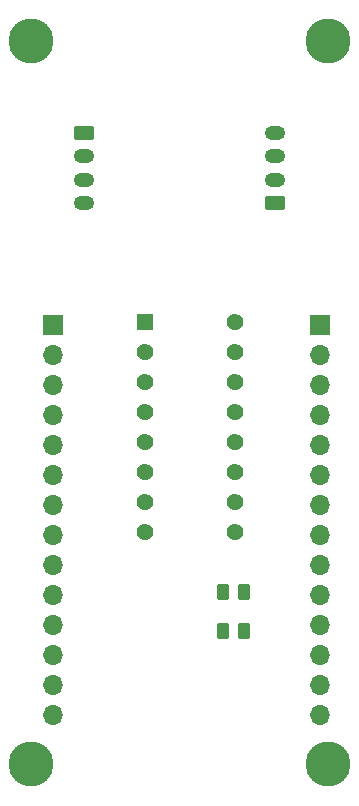
<source format=gbr>
%TF.GenerationSoftware,KiCad,Pcbnew,7.0.2-0*%
%TF.CreationDate,2024-01-04T15:38:00-05:00*%
%TF.ProjectId,Turbidity_v12,54757262-6964-4697-9479-5f7631322e6b,12*%
%TF.SameCoordinates,Original*%
%TF.FileFunction,Soldermask,Top*%
%TF.FilePolarity,Negative*%
%FSLAX46Y46*%
G04 Gerber Fmt 4.6, Leading zero omitted, Abs format (unit mm)*
G04 Created by KiCad (PCBNEW 7.0.2-0) date 2024-01-04 15:38:00*
%MOMM*%
%LPD*%
G01*
G04 APERTURE LIST*
G04 Aperture macros list*
%AMRoundRect*
0 Rectangle with rounded corners*
0 $1 Rounding radius*
0 $2 $3 $4 $5 $6 $7 $8 $9 X,Y pos of 4 corners*
0 Add a 4 corners polygon primitive as box body*
4,1,4,$2,$3,$4,$5,$6,$7,$8,$9,$2,$3,0*
0 Add four circle primitives for the rounded corners*
1,1,$1+$1,$2,$3*
1,1,$1+$1,$4,$5*
1,1,$1+$1,$6,$7*
1,1,$1+$1,$8,$9*
0 Add four rect primitives between the rounded corners*
20,1,$1+$1,$2,$3,$4,$5,0*
20,1,$1+$1,$4,$5,$6,$7,0*
20,1,$1+$1,$6,$7,$8,$9,0*
20,1,$1+$1,$8,$9,$2,$3,0*%
G04 Aperture macros list end*
%ADD10RoundRect,0.250000X-0.262500X-0.450000X0.262500X-0.450000X0.262500X0.450000X-0.262500X0.450000X0*%
%ADD11C,3.800000*%
%ADD12R,1.425000X1.425000*%
%ADD13C,1.425000*%
%ADD14R,1.700000X1.700000*%
%ADD15O,1.700000X1.700000*%
%ADD16RoundRect,0.250000X-0.625000X0.350000X-0.625000X-0.350000X0.625000X-0.350000X0.625000X0.350000X0*%
%ADD17O,1.750000X1.200000*%
%ADD18RoundRect,0.250000X0.625000X-0.350000X0.625000X0.350000X-0.625000X0.350000X-0.625000X-0.350000X0*%
%ADD19RoundRect,0.250000X0.262500X0.450000X-0.262500X0.450000X-0.262500X-0.450000X0.262500X-0.450000X0*%
G04 APERTURE END LIST*
D10*
%TO.C,R1*%
X151235400Y-109982000D03*
X153060400Y-109982000D03*
%TD*%
D11*
%TO.C,REF\u002A\u002A*%
X135001000Y-121310400D03*
%TD*%
D12*
%TO.C,IC1*%
X144653000Y-83820000D03*
D13*
X144653000Y-86360000D03*
X144653000Y-88900000D03*
X144653000Y-91440000D03*
X144653000Y-93980000D03*
X144653000Y-96520000D03*
X144653000Y-99060000D03*
X144653000Y-101600000D03*
X152273000Y-101600000D03*
X152273000Y-99060000D03*
X152273000Y-96520000D03*
X152273000Y-93980000D03*
X152273000Y-91440000D03*
X152273000Y-88900000D03*
X152273000Y-86360000D03*
X152273000Y-83820000D03*
%TD*%
D14*
%TO.C,J4*%
X159512000Y-84074000D03*
D15*
X159512000Y-86614000D03*
X159512000Y-89154000D03*
X159512000Y-91694000D03*
X159512000Y-94234000D03*
X159512000Y-96774000D03*
X159512000Y-99314000D03*
X159512000Y-101854000D03*
X159512000Y-104394000D03*
X159512000Y-106934000D03*
X159512000Y-109474000D03*
X159512000Y-112014000D03*
X159512000Y-114554000D03*
X159512000Y-117094000D03*
%TD*%
D11*
%TO.C,REF\u002A\u002A*%
X160147000Y-60071000D03*
%TD*%
D16*
%TO.C,J3*%
X139457600Y-67815200D03*
D17*
X139457600Y-69815200D03*
X139457600Y-71815200D03*
X139457600Y-73815200D03*
%TD*%
D11*
%TO.C,REF\u002A\u002A*%
X135001000Y-60071000D03*
%TD*%
D18*
%TO.C,J2*%
X155690400Y-73818000D03*
D17*
X155690400Y-71818000D03*
X155690400Y-69818000D03*
X155690400Y-67818000D03*
%TD*%
D19*
%TO.C,R2*%
X153056600Y-106680000D03*
X151231600Y-106680000D03*
%TD*%
D14*
%TO.C,J5*%
X136906000Y-84074000D03*
D15*
X136906000Y-86614000D03*
X136906000Y-89154000D03*
X136906000Y-91694000D03*
X136906000Y-94234000D03*
X136906000Y-96774000D03*
X136906000Y-99314000D03*
X136906000Y-101854000D03*
X136906000Y-104394000D03*
X136906000Y-106934000D03*
X136906000Y-109474000D03*
X136906000Y-112014000D03*
X136906000Y-114554000D03*
X136906000Y-117094000D03*
%TD*%
D11*
%TO.C,REF\u002A\u002A*%
X160147000Y-121310400D03*
%TD*%
M02*

</source>
